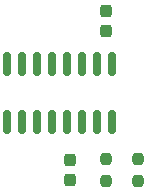
<source format=gbp>
%TF.GenerationSoftware,KiCad,Pcbnew,7.0.7*%
%TF.CreationDate,2023-09-20T03:29:36+03:00*%
%TF.ProjectId,TPB v1.1,54504220-7631-42e3-912e-6b696361645f,rev?*%
%TF.SameCoordinates,Original*%
%TF.FileFunction,Paste,Bot*%
%TF.FilePolarity,Positive*%
%FSLAX46Y46*%
G04 Gerber Fmt 4.6, Leading zero omitted, Abs format (unit mm)*
G04 Created by KiCad (PCBNEW 7.0.7) date 2023-09-20 03:29:36*
%MOMM*%
%LPD*%
G01*
G04 APERTURE LIST*
G04 Aperture macros list*
%AMRoundRect*
0 Rectangle with rounded corners*
0 $1 Rounding radius*
0 $2 $3 $4 $5 $6 $7 $8 $9 X,Y pos of 4 corners*
0 Add a 4 corners polygon primitive as box body*
4,1,4,$2,$3,$4,$5,$6,$7,$8,$9,$2,$3,0*
0 Add four circle primitives for the rounded corners*
1,1,$1+$1,$2,$3*
1,1,$1+$1,$4,$5*
1,1,$1+$1,$6,$7*
1,1,$1+$1,$8,$9*
0 Add four rect primitives between the rounded corners*
20,1,$1+$1,$2,$3,$4,$5,0*
20,1,$1+$1,$4,$5,$6,$7,0*
20,1,$1+$1,$6,$7,$8,$9,0*
20,1,$1+$1,$8,$9,$2,$3,0*%
G04 Aperture macros list end*
%ADD10RoundRect,0.150000X0.150000X-0.825000X0.150000X0.825000X-0.150000X0.825000X-0.150000X-0.825000X0*%
%ADD11RoundRect,0.237500X-0.237500X0.250000X-0.237500X-0.250000X0.237500X-0.250000X0.237500X0.250000X0*%
%ADD12RoundRect,0.237500X0.237500X-0.300000X0.237500X0.300000X-0.237500X0.300000X-0.237500X-0.300000X0*%
%ADD13RoundRect,0.237500X-0.237500X0.300000X-0.237500X-0.300000X0.237500X-0.300000X0.237500X0.300000X0*%
G04 APERTURE END LIST*
D10*
%TO.C,U1*%
X60270000Y-174950000D03*
X59000000Y-174950000D03*
X57730000Y-174950000D03*
X56460000Y-174950000D03*
X55190000Y-174950000D03*
X53920000Y-174950000D03*
X52650000Y-174950000D03*
X51380000Y-174950000D03*
X51380000Y-170000000D03*
X52650000Y-170000000D03*
X53920000Y-170000000D03*
X55190000Y-170000000D03*
X56460000Y-170000000D03*
X57730000Y-170000000D03*
X59000000Y-170000000D03*
X60270000Y-170000000D03*
%TD*%
D11*
%TO.C,R6*%
X62500000Y-178087500D03*
X62500000Y-179912500D03*
%TD*%
D12*
%TO.C,C3*%
X59750000Y-167232500D03*
X59750000Y-165507500D03*
%TD*%
D11*
%TO.C,R7*%
X59750000Y-178087500D03*
X59750000Y-179912500D03*
%TD*%
D13*
%TO.C,C2*%
X56750000Y-178137500D03*
X56750000Y-179862500D03*
%TD*%
M02*

</source>
